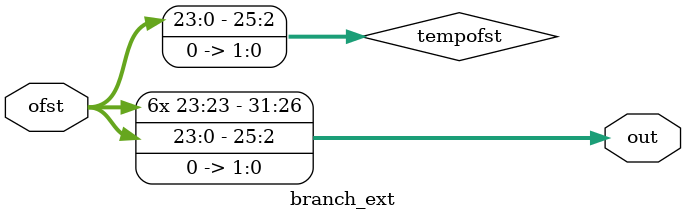
<source format=v>

module branch_ext(output reg [31:0] out, input [23:0] ofst);

reg [25:0] tempofst;

always @ (*)



begin
	
	//Assigns tempofst the value of ofst
   tempofst=ofst;
   
	//Shifts tempofst by two bits
   tempofst=tempofst<<2;

   //Two's complement to output of branch extension
   out = $signed(tempofst);

end

endmodule
</source>
